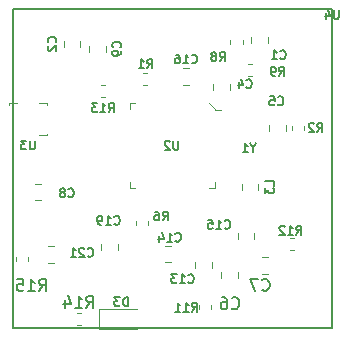
<source format=gbr>
G04 #@! TF.GenerationSoftware,KiCad,Pcbnew,(5.0.1)-rc2*
G04 #@! TF.CreationDate,2019-05-10T17:14:01-07:00*
G04 #@! TF.ProjectId,bullercounter,62756C6C6572636F756E7465722E6B69,rev?*
G04 #@! TF.SameCoordinates,Original*
G04 #@! TF.FileFunction,Legend,Bot*
G04 #@! TF.FilePolarity,Positive*
%FSLAX46Y46*%
G04 Gerber Fmt 4.6, Leading zero omitted, Abs format (unit mm)*
G04 Created by KiCad (PCBNEW (5.0.1)-rc2) date 5/10/2019 5:14:01 PM*
%MOMM*%
%LPD*%
G01*
G04 APERTURE LIST*
%ADD10C,0.120000*%
%ADD11C,0.100000*%
%ADD12C,0.150000*%
G04 APERTURE END LIST*
D10*
G04 #@! TO.C,C16*
X194734922Y-107240000D02*
X195252078Y-107240000D01*
X194734922Y-108660000D02*
X195252078Y-108660000D01*
G04 #@! TO.C,C1*
X200490000Y-105121078D02*
X200490000Y-104603922D01*
X201910000Y-105121078D02*
X201910000Y-104603922D01*
G04 #@! TO.C,C2*
X186028400Y-104945922D02*
X186028400Y-105463078D01*
X184608400Y-104945922D02*
X184608400Y-105463078D01*
G04 #@! TO.C,C15*
X199340000Y-121228922D02*
X199340000Y-121746078D01*
X200760000Y-121228922D02*
X200760000Y-121746078D01*
G04 #@! TO.C,C19*
X187808800Y-122635778D02*
X187808800Y-122118622D01*
X189228800Y-122635778D02*
X189228800Y-122118622D01*
G04 #@! TO.C,C21*
X183303922Y-123760000D02*
X183821078Y-123760000D01*
X183303922Y-122340000D02*
X183821078Y-122340000D01*
G04 #@! TO.C,D3*
X187639560Y-129366380D02*
X187639560Y-127666380D01*
X187639560Y-127666380D02*
X190789560Y-127666380D01*
X187639560Y-129366380D02*
X190789560Y-129366380D01*
G04 #@! TO.C,R1*
X191327721Y-108714000D02*
X191653279Y-108714000D01*
X191327721Y-107694000D02*
X191653279Y-107694000D01*
G04 #@! TO.C,R6*
X191772000Y-120533279D02*
X191772000Y-120207721D01*
X190752000Y-120533279D02*
X190752000Y-120207721D01*
G04 #@! TO.C,R8*
X199760300Y-104901681D02*
X199760300Y-105227239D01*
X198740300Y-104901681D02*
X198740300Y-105227239D01*
G04 #@! TO.C,R9*
X200243221Y-107952000D02*
X200568779Y-107952000D01*
X200243221Y-106932000D02*
X200568779Y-106932000D01*
D11*
G04 #@! TO.C,U2*
X197400000Y-116900000D02*
X197400000Y-117400000D01*
X197400000Y-117400000D02*
X196900000Y-117400000D01*
X190200000Y-116900000D02*
X190200000Y-117400000D01*
X190200000Y-117400000D02*
X190700000Y-117400000D01*
X190700000Y-110200000D02*
X190200000Y-110200000D01*
X190200000Y-110200000D02*
X190200000Y-110700000D01*
X196900000Y-110200000D02*
X197400000Y-110700000D01*
X197400000Y-110700000D02*
X197400000Y-110800000D01*
X197400000Y-110800000D02*
X197900000Y-110800000D01*
D10*
G04 #@! TO.C,U3*
X182560000Y-112960000D02*
X183210000Y-112960000D01*
X183210000Y-112960000D02*
X183210000Y-112810000D01*
X180640000Y-110240000D02*
X179990000Y-110240000D01*
X179990000Y-110240000D02*
X179990000Y-110390000D01*
X182560000Y-110240000D02*
X183210000Y-110240000D01*
X183210000Y-110240000D02*
X183210000Y-110390000D01*
G04 #@! TO.C,L3*
X201110000Y-117596078D02*
X201110000Y-117078922D01*
X199690000Y-117596078D02*
X199690000Y-117078922D01*
G04 #@! TO.C,C4*
X198710000Y-108628922D02*
X198710000Y-109146078D01*
X197290000Y-108628922D02*
X197290000Y-109146078D01*
G04 #@! TO.C,C5*
X201982000Y-112605078D02*
X201982000Y-112087922D01*
X203402000Y-112605078D02*
X203402000Y-112087922D01*
G04 #@! TO.C,C8*
X182153922Y-117040000D02*
X182671078Y-117040000D01*
X182153922Y-118460000D02*
X182671078Y-118460000D01*
G04 #@! TO.C,C9*
X188189940Y-105871778D02*
X188189940Y-105354622D01*
X186769940Y-105871778D02*
X186769940Y-105354622D01*
G04 #@! TO.C,C13*
X195771700Y-123657622D02*
X195771700Y-124174778D01*
X197191700Y-123657622D02*
X197191700Y-124174778D01*
G04 #@! TO.C,C14*
X193704978Y-122276800D02*
X193187822Y-122276800D01*
X193704978Y-123696800D02*
X193187822Y-123696800D01*
G04 #@! TO.C,R2*
X203960000Y-112130721D02*
X203960000Y-112456279D01*
X204980000Y-112130721D02*
X204980000Y-112456279D01*
G04 #@! TO.C,R11*
X197070000Y-127625279D02*
X197070000Y-127299721D01*
X196050000Y-127625279D02*
X196050000Y-127299721D01*
G04 #@! TO.C,R12*
X204099279Y-122684000D02*
X203773721Y-122684000D01*
X204099279Y-121664000D02*
X203773721Y-121664000D01*
G04 #@! TO.C,R13*
X187771721Y-109730000D02*
X188097279Y-109730000D01*
X187771721Y-108710000D02*
X188097279Y-108710000D01*
D12*
G04 #@! TO.C,U4*
X207350360Y-102257860D02*
X180350360Y-102257860D01*
X207350360Y-129257860D02*
X180350360Y-129257860D01*
X207350360Y-102257860D02*
X207350360Y-129257860D01*
X180350360Y-102257860D02*
X180350360Y-129257860D01*
D10*
G04 #@! TO.C,C6*
X199338000Y-124533922D02*
X199338000Y-125051078D01*
X197918000Y-124533922D02*
X197918000Y-125051078D01*
G04 #@! TO.C,C7*
X201417422Y-124662000D02*
X201934578Y-124662000D01*
X201417422Y-123242000D02*
X201934578Y-123242000D01*
G04 #@! TO.C,R14*
X186065279Y-129034000D02*
X185739721Y-129034000D01*
X186065279Y-128014000D02*
X185739721Y-128014000D01*
G04 #@! TO.C,R15*
X180592000Y-123255721D02*
X180592000Y-123581279D01*
X181612000Y-123255721D02*
X181612000Y-123581279D01*
G04 #@! TO.C,C16*
D12*
X195455082Y-106787837D02*
X195490797Y-106823551D01*
X195597940Y-106859265D01*
X195669368Y-106859265D01*
X195776511Y-106823551D01*
X195847940Y-106752122D01*
X195883654Y-106680694D01*
X195919368Y-106537837D01*
X195919368Y-106430694D01*
X195883654Y-106287837D01*
X195847940Y-106216408D01*
X195776511Y-106144980D01*
X195669368Y-106109265D01*
X195597940Y-106109265D01*
X195490797Y-106144980D01*
X195455082Y-106180694D01*
X194740797Y-106859265D02*
X195169368Y-106859265D01*
X194955082Y-106859265D02*
X194955082Y-106109265D01*
X195026511Y-106216408D01*
X195097940Y-106287837D01*
X195169368Y-106323551D01*
X194097940Y-106109265D02*
X194240797Y-106109265D01*
X194312225Y-106144980D01*
X194347940Y-106180694D01*
X194419368Y-106287837D01*
X194455082Y-106430694D01*
X194455082Y-106716408D01*
X194419368Y-106787837D01*
X194383654Y-106823551D01*
X194312225Y-106859265D01*
X194169368Y-106859265D01*
X194097940Y-106823551D01*
X194062225Y-106787837D01*
X194026511Y-106716408D01*
X194026511Y-106537837D01*
X194062225Y-106466408D01*
X194097940Y-106430694D01*
X194169368Y-106394980D01*
X194312225Y-106394980D01*
X194383654Y-106430694D01*
X194419368Y-106466408D01*
X194455082Y-106537837D01*
G04 #@! TO.C,C1*
X202961780Y-106416997D02*
X202997494Y-106452711D01*
X203104637Y-106488425D01*
X203176065Y-106488425D01*
X203283208Y-106452711D01*
X203354637Y-106381282D01*
X203390351Y-106309854D01*
X203426065Y-106166997D01*
X203426065Y-106059854D01*
X203390351Y-105916997D01*
X203354637Y-105845568D01*
X203283208Y-105774140D01*
X203176065Y-105738425D01*
X203104637Y-105738425D01*
X202997494Y-105774140D01*
X202961780Y-105809854D01*
X202247494Y-106488425D02*
X202676065Y-106488425D01*
X202461780Y-106488425D02*
X202461780Y-105738425D01*
X202533208Y-105845568D01*
X202604637Y-105916997D01*
X202676065Y-105952711D01*
G04 #@! TO.C,C2*
X183936257Y-105079500D02*
X183971971Y-105043785D01*
X184007685Y-104936642D01*
X184007685Y-104865214D01*
X183971971Y-104758071D01*
X183900542Y-104686642D01*
X183829114Y-104650928D01*
X183686257Y-104615214D01*
X183579114Y-104615214D01*
X183436257Y-104650928D01*
X183364828Y-104686642D01*
X183293400Y-104758071D01*
X183257685Y-104865214D01*
X183257685Y-104936642D01*
X183293400Y-105043785D01*
X183329114Y-105079500D01*
X183329114Y-105365214D02*
X183293400Y-105400928D01*
X183257685Y-105472357D01*
X183257685Y-105650928D01*
X183293400Y-105722357D01*
X183329114Y-105758071D01*
X183400542Y-105793785D01*
X183471971Y-105793785D01*
X183579114Y-105758071D01*
X184007685Y-105329500D01*
X184007685Y-105793785D01*
G04 #@! TO.C,C15*
X198236382Y-120801017D02*
X198272097Y-120836731D01*
X198379240Y-120872445D01*
X198450668Y-120872445D01*
X198557811Y-120836731D01*
X198629240Y-120765302D01*
X198664954Y-120693874D01*
X198700668Y-120551017D01*
X198700668Y-120443874D01*
X198664954Y-120301017D01*
X198629240Y-120229588D01*
X198557811Y-120158160D01*
X198450668Y-120122445D01*
X198379240Y-120122445D01*
X198272097Y-120158160D01*
X198236382Y-120193874D01*
X197522097Y-120872445D02*
X197950668Y-120872445D01*
X197736382Y-120872445D02*
X197736382Y-120122445D01*
X197807811Y-120229588D01*
X197879240Y-120301017D01*
X197950668Y-120336731D01*
X196843525Y-120122445D02*
X197200668Y-120122445D01*
X197236382Y-120479588D01*
X197200668Y-120443874D01*
X197129240Y-120408160D01*
X196950668Y-120408160D01*
X196879240Y-120443874D01*
X196843525Y-120479588D01*
X196807811Y-120551017D01*
X196807811Y-120729588D01*
X196843525Y-120801017D01*
X196879240Y-120836731D01*
X196950668Y-120872445D01*
X197129240Y-120872445D01*
X197200668Y-120836731D01*
X197236382Y-120801017D01*
G04 #@! TO.C,C19*
X188886642Y-120453037D02*
X188922357Y-120488751D01*
X189029500Y-120524465D01*
X189100928Y-120524465D01*
X189208071Y-120488751D01*
X189279500Y-120417322D01*
X189315214Y-120345894D01*
X189350928Y-120203037D01*
X189350928Y-120095894D01*
X189315214Y-119953037D01*
X189279500Y-119881608D01*
X189208071Y-119810180D01*
X189100928Y-119774465D01*
X189029500Y-119774465D01*
X188922357Y-119810180D01*
X188886642Y-119845894D01*
X188172357Y-120524465D02*
X188600928Y-120524465D01*
X188386642Y-120524465D02*
X188386642Y-119774465D01*
X188458071Y-119881608D01*
X188529500Y-119953037D01*
X188600928Y-119988751D01*
X187815214Y-120524465D02*
X187672357Y-120524465D01*
X187600928Y-120488751D01*
X187565214Y-120453037D01*
X187493785Y-120345894D01*
X187458071Y-120203037D01*
X187458071Y-119917322D01*
X187493785Y-119845894D01*
X187529500Y-119810180D01*
X187600928Y-119774465D01*
X187743785Y-119774465D01*
X187815214Y-119810180D01*
X187850928Y-119845894D01*
X187886642Y-119917322D01*
X187886642Y-120095894D01*
X187850928Y-120167322D01*
X187815214Y-120203037D01*
X187743785Y-120238751D01*
X187600928Y-120238751D01*
X187529500Y-120203037D01*
X187493785Y-120167322D01*
X187458071Y-120095894D01*
G04 #@! TO.C,C21*
X186636202Y-123160677D02*
X186671917Y-123196391D01*
X186779060Y-123232105D01*
X186850488Y-123232105D01*
X186957631Y-123196391D01*
X187029060Y-123124962D01*
X187064774Y-123053534D01*
X187100488Y-122910677D01*
X187100488Y-122803534D01*
X187064774Y-122660677D01*
X187029060Y-122589248D01*
X186957631Y-122517820D01*
X186850488Y-122482105D01*
X186779060Y-122482105D01*
X186671917Y-122517820D01*
X186636202Y-122553534D01*
X186350488Y-122553534D02*
X186314774Y-122517820D01*
X186243345Y-122482105D01*
X186064774Y-122482105D01*
X185993345Y-122517820D01*
X185957631Y-122553534D01*
X185921917Y-122624962D01*
X185921917Y-122696391D01*
X185957631Y-122803534D01*
X186386202Y-123232105D01*
X185921917Y-123232105D01*
X185207631Y-123232105D02*
X185636202Y-123232105D01*
X185421917Y-123232105D02*
X185421917Y-122482105D01*
X185493345Y-122589248D01*
X185564774Y-122660677D01*
X185636202Y-122696391D01*
G04 #@! TO.C,D3*
X190057891Y-127410405D02*
X190057891Y-126660405D01*
X189879320Y-126660405D01*
X189772177Y-126696120D01*
X189700748Y-126767548D01*
X189665034Y-126838977D01*
X189629320Y-126981834D01*
X189629320Y-127088977D01*
X189665034Y-127231834D01*
X189700748Y-127303262D01*
X189772177Y-127374691D01*
X189879320Y-127410405D01*
X190057891Y-127410405D01*
X189379320Y-126660405D02*
X188915034Y-126660405D01*
X189165034Y-126946120D01*
X189057891Y-126946120D01*
X188986462Y-126981834D01*
X188950748Y-127017548D01*
X188915034Y-127088977D01*
X188915034Y-127267548D01*
X188950748Y-127338977D01*
X188986462Y-127374691D01*
X189057891Y-127410405D01*
X189272177Y-127410405D01*
X189343605Y-127374691D01*
X189379320Y-127338977D01*
G04 #@! TO.C,R1*
X191676560Y-107245345D02*
X191926560Y-106888202D01*
X192105131Y-107245345D02*
X192105131Y-106495345D01*
X191819417Y-106495345D01*
X191747988Y-106531060D01*
X191712274Y-106566774D01*
X191676560Y-106638202D01*
X191676560Y-106745345D01*
X191712274Y-106816774D01*
X191747988Y-106852488D01*
X191819417Y-106888202D01*
X192105131Y-106888202D01*
X190962274Y-107245345D02*
X191390845Y-107245345D01*
X191176560Y-107245345D02*
X191176560Y-106495345D01*
X191247988Y-106602488D01*
X191319417Y-106673917D01*
X191390845Y-106709631D01*
G04 #@! TO.C,R6*
X193004980Y-120151085D02*
X193254980Y-119793942D01*
X193433551Y-120151085D02*
X193433551Y-119401085D01*
X193147837Y-119401085D01*
X193076408Y-119436800D01*
X193040694Y-119472514D01*
X193004980Y-119543942D01*
X193004980Y-119651085D01*
X193040694Y-119722514D01*
X193076408Y-119758228D01*
X193147837Y-119793942D01*
X193433551Y-119793942D01*
X192362122Y-119401085D02*
X192504980Y-119401085D01*
X192576408Y-119436800D01*
X192612122Y-119472514D01*
X192683551Y-119579657D01*
X192719265Y-119722514D01*
X192719265Y-120008228D01*
X192683551Y-120079657D01*
X192647837Y-120115371D01*
X192576408Y-120151085D01*
X192433551Y-120151085D01*
X192362122Y-120115371D01*
X192326408Y-120079657D01*
X192290694Y-120008228D01*
X192290694Y-119829657D01*
X192326408Y-119758228D01*
X192362122Y-119722514D01*
X192433551Y-119686800D01*
X192576408Y-119686800D01*
X192647837Y-119722514D01*
X192683551Y-119758228D01*
X192719265Y-119829657D01*
G04 #@! TO.C,R8*
X197820820Y-106663685D02*
X198070820Y-106306542D01*
X198249391Y-106663685D02*
X198249391Y-105913685D01*
X197963677Y-105913685D01*
X197892248Y-105949400D01*
X197856534Y-105985114D01*
X197820820Y-106056542D01*
X197820820Y-106163685D01*
X197856534Y-106235114D01*
X197892248Y-106270828D01*
X197963677Y-106306542D01*
X198249391Y-106306542D01*
X197392248Y-106235114D02*
X197463677Y-106199400D01*
X197499391Y-106163685D01*
X197535105Y-106092257D01*
X197535105Y-106056542D01*
X197499391Y-105985114D01*
X197463677Y-105949400D01*
X197392248Y-105913685D01*
X197249391Y-105913685D01*
X197177962Y-105949400D01*
X197142248Y-105985114D01*
X197106534Y-106056542D01*
X197106534Y-106092257D01*
X197142248Y-106163685D01*
X197177962Y-106199400D01*
X197249391Y-106235114D01*
X197392248Y-106235114D01*
X197463677Y-106270828D01*
X197499391Y-106306542D01*
X197535105Y-106377971D01*
X197535105Y-106520828D01*
X197499391Y-106592257D01*
X197463677Y-106627971D01*
X197392248Y-106663685D01*
X197249391Y-106663685D01*
X197177962Y-106627971D01*
X197142248Y-106592257D01*
X197106534Y-106520828D01*
X197106534Y-106377971D01*
X197142248Y-106306542D01*
X197177962Y-106270828D01*
X197249391Y-106235114D01*
G04 #@! TO.C,R9*
X202844940Y-107895585D02*
X203094940Y-107538442D01*
X203273511Y-107895585D02*
X203273511Y-107145585D01*
X202987797Y-107145585D01*
X202916368Y-107181300D01*
X202880654Y-107217014D01*
X202844940Y-107288442D01*
X202844940Y-107395585D01*
X202880654Y-107467014D01*
X202916368Y-107502728D01*
X202987797Y-107538442D01*
X203273511Y-107538442D01*
X202487797Y-107895585D02*
X202344940Y-107895585D01*
X202273511Y-107859871D01*
X202237797Y-107824157D01*
X202166368Y-107717014D01*
X202130654Y-107574157D01*
X202130654Y-107288442D01*
X202166368Y-107217014D01*
X202202082Y-107181300D01*
X202273511Y-107145585D01*
X202416368Y-107145585D01*
X202487797Y-107181300D01*
X202523511Y-107217014D01*
X202559225Y-107288442D01*
X202559225Y-107467014D01*
X202523511Y-107538442D01*
X202487797Y-107574157D01*
X202416368Y-107609871D01*
X202273511Y-107609871D01*
X202202082Y-107574157D01*
X202166368Y-107538442D01*
X202130654Y-107467014D01*
G04 #@! TO.C,U2*
X194337868Y-113406685D02*
X194337868Y-114013828D01*
X194302154Y-114085257D01*
X194266440Y-114120971D01*
X194195011Y-114156685D01*
X194052154Y-114156685D01*
X193980725Y-114120971D01*
X193945011Y-114085257D01*
X193909297Y-114013828D01*
X193909297Y-113406685D01*
X193587868Y-113478114D02*
X193552154Y-113442400D01*
X193480725Y-113406685D01*
X193302154Y-113406685D01*
X193230725Y-113442400D01*
X193195011Y-113478114D01*
X193159297Y-113549542D01*
X193159297Y-113620971D01*
X193195011Y-113728114D01*
X193623582Y-114156685D01*
X193159297Y-114156685D01*
G04 #@! TO.C,U3*
X182171428Y-113389285D02*
X182171428Y-113996428D01*
X182135714Y-114067857D01*
X182100000Y-114103571D01*
X182028571Y-114139285D01*
X181885714Y-114139285D01*
X181814285Y-114103571D01*
X181778571Y-114067857D01*
X181742857Y-113996428D01*
X181742857Y-113389285D01*
X181457142Y-113389285D02*
X180992857Y-113389285D01*
X181242857Y-113675000D01*
X181135714Y-113675000D01*
X181064285Y-113710714D01*
X181028571Y-113746428D01*
X180992857Y-113817857D01*
X180992857Y-113996428D01*
X181028571Y-114067857D01*
X181064285Y-114103571D01*
X181135714Y-114139285D01*
X181350000Y-114139285D01*
X181421428Y-114103571D01*
X181457142Y-114067857D01*
G04 #@! TO.C,Y1*
X200656462Y-114033222D02*
X200656462Y-114390365D01*
X200906462Y-113640365D02*
X200656462Y-114033222D01*
X200406462Y-113640365D01*
X199763605Y-114390365D02*
X200192177Y-114390365D01*
X199977891Y-114390365D02*
X199977891Y-113640365D01*
X200049320Y-113747508D01*
X200120748Y-113818937D01*
X200192177Y-113854651D01*
G04 #@! TO.C,L3*
X202389285Y-117212500D02*
X202389285Y-116855357D01*
X201639285Y-116855357D01*
X201639285Y-117391071D02*
X201639285Y-117855357D01*
X201925000Y-117605357D01*
X201925000Y-117712500D01*
X201960714Y-117783928D01*
X201996428Y-117819642D01*
X202067857Y-117855357D01*
X202246428Y-117855357D01*
X202317857Y-117819642D01*
X202353571Y-117783928D01*
X202389285Y-117712500D01*
X202389285Y-117498214D01*
X202353571Y-117426785D01*
X202317857Y-117391071D01*
G04 #@! TO.C,C4*
X200086500Y-108883337D02*
X200122214Y-108919051D01*
X200229357Y-108954765D01*
X200300785Y-108954765D01*
X200407928Y-108919051D01*
X200479357Y-108847622D01*
X200515071Y-108776194D01*
X200550785Y-108633337D01*
X200550785Y-108526194D01*
X200515071Y-108383337D01*
X200479357Y-108311908D01*
X200407928Y-108240480D01*
X200300785Y-108204765D01*
X200229357Y-108204765D01*
X200122214Y-108240480D01*
X200086500Y-108276194D01*
X199443642Y-108454765D02*
X199443642Y-108954765D01*
X199622214Y-108169051D02*
X199800785Y-108704765D01*
X199336500Y-108704765D01*
G04 #@! TO.C,C5*
X202756040Y-110326057D02*
X202791754Y-110361771D01*
X202898897Y-110397485D01*
X202970325Y-110397485D01*
X203077468Y-110361771D01*
X203148897Y-110290342D01*
X203184611Y-110218914D01*
X203220325Y-110076057D01*
X203220325Y-109968914D01*
X203184611Y-109826057D01*
X203148897Y-109754628D01*
X203077468Y-109683200D01*
X202970325Y-109647485D01*
X202898897Y-109647485D01*
X202791754Y-109683200D01*
X202756040Y-109718914D01*
X202077468Y-109647485D02*
X202434611Y-109647485D01*
X202470325Y-110004628D01*
X202434611Y-109968914D01*
X202363182Y-109933200D01*
X202184611Y-109933200D01*
X202113182Y-109968914D01*
X202077468Y-110004628D01*
X202041754Y-110076057D01*
X202041754Y-110254628D01*
X202077468Y-110326057D01*
X202113182Y-110361771D01*
X202184611Y-110397485D01*
X202363182Y-110397485D01*
X202434611Y-110361771D01*
X202470325Y-110326057D01*
G04 #@! TO.C,C8*
X185021760Y-118123857D02*
X185057474Y-118159571D01*
X185164617Y-118195285D01*
X185236045Y-118195285D01*
X185343188Y-118159571D01*
X185414617Y-118088142D01*
X185450331Y-118016714D01*
X185486045Y-117873857D01*
X185486045Y-117766714D01*
X185450331Y-117623857D01*
X185414617Y-117552428D01*
X185343188Y-117481000D01*
X185236045Y-117445285D01*
X185164617Y-117445285D01*
X185057474Y-117481000D01*
X185021760Y-117516714D01*
X184593188Y-117766714D02*
X184664617Y-117731000D01*
X184700331Y-117695285D01*
X184736045Y-117623857D01*
X184736045Y-117588142D01*
X184700331Y-117516714D01*
X184664617Y-117481000D01*
X184593188Y-117445285D01*
X184450331Y-117445285D01*
X184378902Y-117481000D01*
X184343188Y-117516714D01*
X184307474Y-117588142D01*
X184307474Y-117623857D01*
X184343188Y-117695285D01*
X184378902Y-117731000D01*
X184450331Y-117766714D01*
X184593188Y-117766714D01*
X184664617Y-117802428D01*
X184700331Y-117838142D01*
X184736045Y-117909571D01*
X184736045Y-118052428D01*
X184700331Y-118123857D01*
X184664617Y-118159571D01*
X184593188Y-118195285D01*
X184450331Y-118195285D01*
X184378902Y-118159571D01*
X184343188Y-118123857D01*
X184307474Y-118052428D01*
X184307474Y-117909571D01*
X184343188Y-117838142D01*
X184378902Y-117802428D01*
X184450331Y-117766714D01*
G04 #@! TO.C,C9*
X189397797Y-105488200D02*
X189433511Y-105452485D01*
X189469225Y-105345342D01*
X189469225Y-105273914D01*
X189433511Y-105166771D01*
X189362082Y-105095342D01*
X189290654Y-105059628D01*
X189147797Y-105023914D01*
X189040654Y-105023914D01*
X188897797Y-105059628D01*
X188826368Y-105095342D01*
X188754940Y-105166771D01*
X188719225Y-105273914D01*
X188719225Y-105345342D01*
X188754940Y-105452485D01*
X188790654Y-105488200D01*
X189469225Y-105845342D02*
X189469225Y-105988200D01*
X189433511Y-106059628D01*
X189397797Y-106095342D01*
X189290654Y-106166771D01*
X189147797Y-106202485D01*
X188862082Y-106202485D01*
X188790654Y-106166771D01*
X188754940Y-106131057D01*
X188719225Y-106059628D01*
X188719225Y-105916771D01*
X188754940Y-105845342D01*
X188790654Y-105809628D01*
X188862082Y-105773914D01*
X189040654Y-105773914D01*
X189112082Y-105809628D01*
X189147797Y-105845342D01*
X189183511Y-105916771D01*
X189183511Y-106059628D01*
X189147797Y-106131057D01*
X189112082Y-106166771D01*
X189040654Y-106202485D01*
G04 #@! TO.C,C13*
X195155362Y-125383177D02*
X195191077Y-125418891D01*
X195298220Y-125454605D01*
X195369648Y-125454605D01*
X195476791Y-125418891D01*
X195548220Y-125347462D01*
X195583934Y-125276034D01*
X195619648Y-125133177D01*
X195619648Y-125026034D01*
X195583934Y-124883177D01*
X195548220Y-124811748D01*
X195476791Y-124740320D01*
X195369648Y-124704605D01*
X195298220Y-124704605D01*
X195191077Y-124740320D01*
X195155362Y-124776034D01*
X194441077Y-125454605D02*
X194869648Y-125454605D01*
X194655362Y-125454605D02*
X194655362Y-124704605D01*
X194726791Y-124811748D01*
X194798220Y-124883177D01*
X194869648Y-124918891D01*
X194191077Y-124704605D02*
X193726791Y-124704605D01*
X193976791Y-124990320D01*
X193869648Y-124990320D01*
X193798220Y-125026034D01*
X193762505Y-125061748D01*
X193726791Y-125133177D01*
X193726791Y-125311748D01*
X193762505Y-125383177D01*
X193798220Y-125418891D01*
X193869648Y-125454605D01*
X194083934Y-125454605D01*
X194155362Y-125418891D01*
X194191077Y-125383177D01*
G04 #@! TO.C,C14*
X194086022Y-121872897D02*
X194121737Y-121908611D01*
X194228880Y-121944325D01*
X194300308Y-121944325D01*
X194407451Y-121908611D01*
X194478880Y-121837182D01*
X194514594Y-121765754D01*
X194550308Y-121622897D01*
X194550308Y-121515754D01*
X194514594Y-121372897D01*
X194478880Y-121301468D01*
X194407451Y-121230040D01*
X194300308Y-121194325D01*
X194228880Y-121194325D01*
X194121737Y-121230040D01*
X194086022Y-121265754D01*
X193371737Y-121944325D02*
X193800308Y-121944325D01*
X193586022Y-121944325D02*
X193586022Y-121194325D01*
X193657451Y-121301468D01*
X193728880Y-121372897D01*
X193800308Y-121408611D01*
X192728880Y-121444325D02*
X192728880Y-121944325D01*
X192907451Y-121158611D02*
X193086022Y-121694325D01*
X192621737Y-121694325D01*
G04 #@! TO.C,R2*
X206078360Y-112647925D02*
X206328360Y-112290782D01*
X206506931Y-112647925D02*
X206506931Y-111897925D01*
X206221217Y-111897925D01*
X206149788Y-111933640D01*
X206114074Y-111969354D01*
X206078360Y-112040782D01*
X206078360Y-112147925D01*
X206114074Y-112219354D01*
X206149788Y-112255068D01*
X206221217Y-112290782D01*
X206506931Y-112290782D01*
X205792645Y-111969354D02*
X205756931Y-111933640D01*
X205685502Y-111897925D01*
X205506931Y-111897925D01*
X205435502Y-111933640D01*
X205399788Y-111969354D01*
X205364074Y-112040782D01*
X205364074Y-112112211D01*
X205399788Y-112219354D01*
X205828360Y-112647925D01*
X205364074Y-112647925D01*
G04 #@! TO.C,R11*
X195477942Y-127865065D02*
X195727942Y-127507922D01*
X195906514Y-127865065D02*
X195906514Y-127115065D01*
X195620800Y-127115065D01*
X195549371Y-127150780D01*
X195513657Y-127186494D01*
X195477942Y-127257922D01*
X195477942Y-127365065D01*
X195513657Y-127436494D01*
X195549371Y-127472208D01*
X195620800Y-127507922D01*
X195906514Y-127507922D01*
X194763657Y-127865065D02*
X195192228Y-127865065D01*
X194977942Y-127865065D02*
X194977942Y-127115065D01*
X195049371Y-127222208D01*
X195120800Y-127293637D01*
X195192228Y-127329351D01*
X194049371Y-127865065D02*
X194477942Y-127865065D01*
X194263657Y-127865065D02*
X194263657Y-127115065D01*
X194335085Y-127222208D01*
X194406514Y-127293637D01*
X194477942Y-127329351D01*
G04 #@! TO.C,R12*
X204319682Y-121355045D02*
X204569682Y-120997902D01*
X204748254Y-121355045D02*
X204748254Y-120605045D01*
X204462540Y-120605045D01*
X204391111Y-120640760D01*
X204355397Y-120676474D01*
X204319682Y-120747902D01*
X204319682Y-120855045D01*
X204355397Y-120926474D01*
X204391111Y-120962188D01*
X204462540Y-120997902D01*
X204748254Y-120997902D01*
X203605397Y-121355045D02*
X204033968Y-121355045D01*
X203819682Y-121355045D02*
X203819682Y-120605045D01*
X203891111Y-120712188D01*
X203962540Y-120783617D01*
X204033968Y-120819331D01*
X203319682Y-120676474D02*
X203283968Y-120640760D01*
X203212540Y-120605045D01*
X203033968Y-120605045D01*
X202962540Y-120640760D01*
X202926825Y-120676474D01*
X202891111Y-120747902D01*
X202891111Y-120819331D01*
X202926825Y-120926474D01*
X203355397Y-121355045D01*
X202891111Y-121355045D01*
G04 #@! TO.C,R13*
X188416642Y-110989285D02*
X188666642Y-110632142D01*
X188845214Y-110989285D02*
X188845214Y-110239285D01*
X188559500Y-110239285D01*
X188488071Y-110275000D01*
X188452357Y-110310714D01*
X188416642Y-110382142D01*
X188416642Y-110489285D01*
X188452357Y-110560714D01*
X188488071Y-110596428D01*
X188559500Y-110632142D01*
X188845214Y-110632142D01*
X187702357Y-110989285D02*
X188130928Y-110989285D01*
X187916642Y-110989285D02*
X187916642Y-110239285D01*
X187988071Y-110346428D01*
X188059500Y-110417857D01*
X188130928Y-110453571D01*
X187452357Y-110239285D02*
X186988071Y-110239285D01*
X187238071Y-110525000D01*
X187130928Y-110525000D01*
X187059500Y-110560714D01*
X187023785Y-110596428D01*
X186988071Y-110667857D01*
X186988071Y-110846428D01*
X187023785Y-110917857D01*
X187059500Y-110953571D01*
X187130928Y-110989285D01*
X187345214Y-110989285D01*
X187416642Y-110953571D01*
X187452357Y-110917857D01*
G04 #@! TO.C,U4*
X207921788Y-102347145D02*
X207921788Y-102954288D01*
X207886074Y-103025717D01*
X207850360Y-103061431D01*
X207778931Y-103097145D01*
X207636074Y-103097145D01*
X207564645Y-103061431D01*
X207528931Y-103025717D01*
X207493217Y-102954288D01*
X207493217Y-102347145D01*
X206814645Y-102597145D02*
X206814645Y-103097145D01*
X206993217Y-102311431D02*
X207171788Y-102847145D01*
X206707502Y-102847145D01*
G04 #@! TO.C,C6*
X198858166Y-127562882D02*
X198905785Y-127610501D01*
X199048642Y-127658120D01*
X199143880Y-127658120D01*
X199286738Y-127610501D01*
X199381976Y-127515263D01*
X199429595Y-127420025D01*
X199477214Y-127229549D01*
X199477214Y-127086692D01*
X199429595Y-126896216D01*
X199381976Y-126800978D01*
X199286738Y-126705740D01*
X199143880Y-126658120D01*
X199048642Y-126658120D01*
X198905785Y-126705740D01*
X198858166Y-126753359D01*
X198001023Y-126658120D02*
X198191500Y-126658120D01*
X198286738Y-126705740D01*
X198334357Y-126753359D01*
X198429595Y-126896216D01*
X198477214Y-127086692D01*
X198477214Y-127467644D01*
X198429595Y-127562882D01*
X198381976Y-127610501D01*
X198286738Y-127658120D01*
X198096261Y-127658120D01*
X198001023Y-127610501D01*
X197953404Y-127562882D01*
X197905785Y-127467644D01*
X197905785Y-127229549D01*
X197953404Y-127134311D01*
X198001023Y-127086692D01*
X198096261Y-127039073D01*
X198286738Y-127039073D01*
X198381976Y-127086692D01*
X198429595Y-127134311D01*
X198477214Y-127229549D01*
G04 #@! TO.C,C7*
X201431186Y-126008402D02*
X201478805Y-126056021D01*
X201621662Y-126103640D01*
X201716900Y-126103640D01*
X201859758Y-126056021D01*
X201954996Y-125960783D01*
X202002615Y-125865545D01*
X202050234Y-125675069D01*
X202050234Y-125532212D01*
X202002615Y-125341736D01*
X201954996Y-125246498D01*
X201859758Y-125151260D01*
X201716900Y-125103640D01*
X201621662Y-125103640D01*
X201478805Y-125151260D01*
X201431186Y-125198879D01*
X201097853Y-125103640D02*
X200431186Y-125103640D01*
X200859758Y-126103640D01*
G04 #@! TO.C,R14*
X186545357Y-127546380D02*
X186878690Y-127070190D01*
X187116785Y-127546380D02*
X187116785Y-126546380D01*
X186735833Y-126546380D01*
X186640595Y-126594000D01*
X186592976Y-126641619D01*
X186545357Y-126736857D01*
X186545357Y-126879714D01*
X186592976Y-126974952D01*
X186640595Y-127022571D01*
X186735833Y-127070190D01*
X187116785Y-127070190D01*
X185592976Y-127546380D02*
X186164404Y-127546380D01*
X185878690Y-127546380D02*
X185878690Y-126546380D01*
X185973928Y-126689238D01*
X186069166Y-126784476D01*
X186164404Y-126832095D01*
X184735833Y-126879714D02*
X184735833Y-127546380D01*
X184973928Y-126498761D02*
X185212023Y-127213047D01*
X184592976Y-127213047D01*
G04 #@! TO.C,R15*
X182537337Y-126129040D02*
X182870670Y-125652850D01*
X183108765Y-126129040D02*
X183108765Y-125129040D01*
X182727813Y-125129040D01*
X182632575Y-125176660D01*
X182584956Y-125224279D01*
X182537337Y-125319517D01*
X182537337Y-125462374D01*
X182584956Y-125557612D01*
X182632575Y-125605231D01*
X182727813Y-125652850D01*
X183108765Y-125652850D01*
X181584956Y-126129040D02*
X182156384Y-126129040D01*
X181870670Y-126129040D02*
X181870670Y-125129040D01*
X181965908Y-125271898D01*
X182061146Y-125367136D01*
X182156384Y-125414755D01*
X180680194Y-125129040D02*
X181156384Y-125129040D01*
X181204003Y-125605231D01*
X181156384Y-125557612D01*
X181061146Y-125509993D01*
X180823051Y-125509993D01*
X180727813Y-125557612D01*
X180680194Y-125605231D01*
X180632575Y-125700469D01*
X180632575Y-125938564D01*
X180680194Y-126033802D01*
X180727813Y-126081421D01*
X180823051Y-126129040D01*
X181061146Y-126129040D01*
X181156384Y-126081421D01*
X181204003Y-126033802D01*
G04 #@! TD*
M02*

</source>
